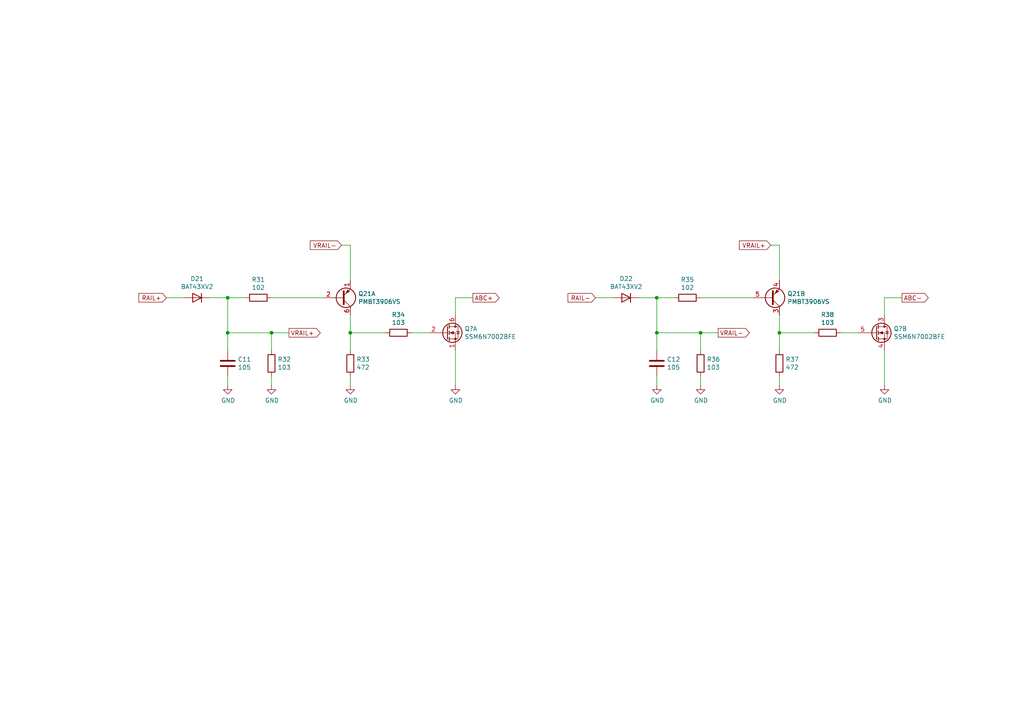
<source format=kicad_sch>
(kicad_sch (version 20230121) (generator eeschema)
  (paper "A4")
  (lib_symbols
    (symbol "Device:C" (pin_numbers hide) (pin_names (offset 0.254))
      (property "Reference" "C" (at 0.635 2.54 0))
      (property "Value" "C" (at 0.635 -2.54 0))
      (symbol "C_0_1"
        (polyline (pts (xy -2.032 -0.762) (xy 2.032 -0.762)) (stroke (width 0.508)))
        (polyline (pts (xy -2.032 0.762) (xy 2.032 0.762)) (stroke (width 0.508)))
      )
      (symbol "C_1_1"
        (pin passive line (at 0 3.81 270) (length 2.794) (name "~") (number "1"))
        (pin passive line (at 0 -3.81 90) (length 2.794) (name "~") (number "2"))
      )
    )
    (symbol "Device:D" (pin_numbers hide) (pin_names (offset 1.016) hide)
      (property "Reference" "D" (at 0 2.54 0))
      (property "Value" "D" (at 0 -2.54 0))
      (symbol "D_0_1"
        (polyline (pts (xy -1.27 1.27) (xy -1.27 -1.27)) (stroke (width 0.254)))
        (polyline (pts (xy 1.27 0) (xy -1.27 0)))
        (polyline (pts (xy 1.27 1.27) (xy 1.27 -1.27) (xy -1.27 0) (xy 1.27 1.27)) (stroke (width 0.254)))
      )
      (symbol "D_1_1"
        (pin passive line (at -3.81 0 0) (length 2.54) (name "K") (number "1"))
        (pin passive line (at 3.81 0 180) (length 2.54) (name "A") (number "2"))
      )
    )
    (symbol "Device:R" (pin_numbers hide) (pin_names (offset 0))
      (property "Reference" "R" (at 2.032 0 90))
      (property "Value" "R" (at 0 0 90))
      (symbol "R_0_1"
        (rectangle (start -1.016 -2.54) (end 1.016 2.54) (stroke (width 0.254)))
      )
      (symbol "R_1_1"
        (pin passive line (at 0 3.81 270) (length 1.27) (name "~") (number "1"))
        (pin passive line (at 0 -3.81 90) (length 1.27) (name "~") (number "2"))
      )
    )
    (symbol "motordecoder2-rescue:Q_DUAL_NMOS_S1G1D2S2G2D1-Device" (pin_names (offset 0) hide)
      (property "Reference" "Q" (at 6.35 1.27 0))
      (property "Value" "Device_Q_DUAL_NMOS_S1G1D2S2G2D1" (at 19.05 -1.27 0))
      (symbol "Q_DUAL_NMOS_S1G1D2S2G2D1-Device_0_1"
        (polyline (pts (xy 0.254 0) (xy -2.54 0)))
        (polyline (pts (xy 0.254 1.905) (xy 0.254 -1.905)) (stroke (width 0.254)))
        (polyline (pts (xy 0.762 -1.27) (xy 0.762 -2.286)) (stroke (width 0.254)))
        (polyline (pts (xy 0.762 0.508) (xy 0.762 -0.508)) (stroke (width 0.254)))
        (polyline (pts (xy 0.762 2.286) (xy 0.762 1.27)) (stroke (width 0.254)))
        (polyline (pts (xy 2.54 2.54) (xy 2.54 1.778)))
        (polyline (pts (xy 2.54 -2.54) (xy 2.54 0) (xy 0.762 0)))
        (polyline (pts (xy 0.762 -1.778) (xy 3.302 -1.778) (xy 3.302 1.778) (xy 0.762 1.778)))
        (polyline (pts (xy 1.016 0) (xy 2.032 0.381) (xy 2.032 -0.381) (xy 1.016 0)) (fill (type outline)))
        (polyline (pts (xy 2.794 0.508) (xy 2.921 0.381) (xy 3.683 0.381) (xy 3.81 0.254)))
        (polyline (pts (xy 3.302 0.381) (xy 2.921 -0.254) (xy 3.683 -0.254) (xy 3.302 0.381)))
        (circle (center 1.651 0) (radius 2.794) (stroke (width 0.254)))
        (circle (center 2.54 -1.778) (radius 0.254) (fill (type outline)))
        (circle (center 2.54 1.778) (radius 0.254) (fill (type outline)))
      )
      (symbol "Q_DUAL_NMOS_S1G1D2S2G2D1-Device_1_1"
        (pin passive line (at 2.54 -5.08 90) (length 2.54) (name "S") (number "1"))
        (pin input line (at -5.08 0 0) (length 2.54) (name "G") (number "2"))
        (pin passive line (at 2.54 5.08 270) (length 2.54) (name "D") (number "6"))
      )
      (symbol "Q_DUAL_NMOS_S1G1D2S2G2D1-Device_2_1"
        (pin passive line (at 2.54 5.08 270) (length 2.54) (name "D") (number "3"))
        (pin passive line (at 2.54 -5.08 90) (length 2.54) (name "S") (number "4"))
        (pin input line (at -5.08 0 0) (length 2.54) (name "G") (number "5"))
      )
    )
    (symbol "motordecoder2-rescue:Q_DUAL_PNP_PNP_E1B1C2E2B2C1-Device" (pin_names (offset 0) hide)
      (property "Reference" "Q" (at 5.08 1.27 0))
      (property "Value" "Device_Q_DUAL_PNP_PNP_E1B1C2E2B2C1" (at 5.08 -1.27 0))
      (symbol "Q_DUAL_PNP_PNP_E1B1C2E2B2C1-Device_0_1"
        (polyline (pts (xy 0.635 0) (xy -2.54 0)))
        (polyline (pts (xy 0.635 0.635) (xy 2.54 2.54)))
        (polyline (pts (xy 0.635 -0.635) (xy 2.54 -2.54) (xy 2.54 -2.54)))
        (polyline (pts (xy 0.635 1.905) (xy 0.635 -1.905) (xy 0.635 -1.905)) (stroke (width 0.508)))
        (polyline (pts (xy 2.286 -1.778) (xy 1.778 -2.286) (xy 1.27 -1.27) (xy 2.286 -1.778) (xy 2.286 -1.778)) (fill (type outline)))
        (circle (center 1.27 0) (radius 2.8194) (stroke (width 0.254)))
      )
      (symbol "Q_DUAL_PNP_PNP_E1B1C2E2B2C1-Device_1_1"
        (pin passive line (at 2.54 -5.08 90) (length 2.54) (name "E1") (number "1"))
        (pin input line (at -5.08 0 0) (length 2.54) (name "B1") (number "2"))
        (pin passive line (at 2.54 5.08 270) (length 2.54) (name "C1") (number "6"))
      )
      (symbol "Q_DUAL_PNP_PNP_E1B1C2E2B2C1-Device_2_1"
        (pin passive line (at 2.54 5.08 270) (length 2.54) (name "C2") (number "3"))
        (pin passive line (at 2.54 -5.08 90) (length 2.54) (name "E2") (number "4"))
        (pin input line (at -5.08 0 0) (length 2.54) (name "B2") (number "5"))
      )
    )
    (symbol "power:GND" (power) (pin_names (offset 0))
      (property "Value" "GND" (at 0 -3.81 0))
      (symbol "GND_0_1"
        (polyline (pts (xy 0 0) (xy 0 -1.27) (xy 1.27 -1.27) (xy 0 -2.54) (xy -1.27 -1.27) (xy 0 -1.27)))
      )
      (symbol "GND_1_1"
        (pin power_in line (at 0 0 270) (length 0) hide (name "GND") (number "1"))
      )
    )
  )
  (junction (at 190.5 96.52))
  (junction (at 66.04 86.36))
  (junction (at 66.04 96.52))
  (junction (at 101.6 96.52))
  (junction (at 226.06 96.52))
  (junction (at 190.5 86.36))
  (junction (at 203.2 96.52))
  (junction (at 78.74 96.52))
  (wire (pts (xy 101.6 96.52) (xy 101.6 101.6)))
  (wire (pts (xy 83.82 96.52) (xy 78.74 96.52)))
  (wire (pts (xy 185.42 86.36) (xy 190.5 86.36)))
  (wire (pts (xy 66.04 86.36) (xy 71.12 86.36)))
  (wire (pts (xy 132.08 86.36) (xy 137.16 86.36)))
  (wire (pts (xy 203.2 109.22) (xy 203.2 111.76)))
  (wire (pts (xy 66.04 86.36) (xy 66.04 96.52)))
  (wire (pts (xy 66.04 101.6) (xy 66.04 96.52)))
  (wire (pts (xy 101.6 109.22) (xy 101.6 111.76)))
  (wire (pts (xy 223.52 71.12) (xy 226.06 71.12)))
  (wire (pts (xy 243.84 96.52) (xy 248.92 96.52)))
  (wire (pts (xy 256.54 86.36) (xy 261.62 86.36)))
  (wire (pts (xy 190.5 86.36) (xy 190.5 96.52)))
  (wire (pts (xy 132.08 101.6) (xy 132.08 111.76)))
  (wire (pts (xy 203.2 101.6) (xy 203.2 96.52)))
  (wire (pts (xy 256.54 101.6) (xy 256.54 111.76)))
  (wire (pts (xy 99.06 71.12) (xy 101.6 71.12)))
  (wire (pts (xy 132.08 91.44) (xy 132.08 86.36)))
  (wire (pts (xy 101.6 96.52) (xy 111.76 96.52)))
  (wire (pts (xy 53.34 86.36) (xy 48.26 86.36)))
  (wire (pts (xy 190.5 101.6) (xy 190.5 96.52)))
  (wire (pts (xy 226.06 91.44) (xy 226.06 96.52)))
  (wire (pts (xy 190.5 86.36) (xy 195.58 86.36)))
  (wire (pts (xy 78.74 109.22) (xy 78.74 111.76)))
  (wire (pts (xy 101.6 91.44) (xy 101.6 96.52)))
  (wire (pts (xy 190.5 109.22) (xy 190.5 111.76)))
  (wire (pts (xy 203.2 96.52) (xy 208.28 96.52)))
  (wire (pts (xy 78.74 86.36) (xy 93.98 86.36)))
  (wire (pts (xy 226.06 96.52) (xy 226.06 101.6)))
  (wire (pts (xy 256.54 91.44) (xy 256.54 86.36)))
  (wire (pts (xy 119.38 96.52) (xy 124.46 96.52)))
  (wire (pts (xy 78.74 101.6) (xy 78.74 96.52)))
  (wire (pts (xy 60.96 86.36) (xy 66.04 86.36)))
  (wire (pts (xy 203.2 86.36) (xy 218.44 86.36)))
  (wire (pts (xy 190.5 96.52) (xy 203.2 96.52)))
  (wire (pts (xy 226.06 96.52) (xy 236.22 96.52)))
  (wire (pts (xy 66.04 109.22) (xy 66.04 111.76)))
  (wire (pts (xy 101.6 71.12) (xy 101.6 81.28)))
  (wire (pts (xy 226.06 109.22) (xy 226.06 111.76)))
  (wire (pts (xy 226.06 71.12) (xy 226.06 81.28)))
  (wire (pts (xy 66.04 96.52) (xy 78.74 96.52)))
  (wire (pts (xy 177.8 86.36) (xy 172.72 86.36)))
  (global_label "ABC-" (shape output) (at 261.62 86.36 0) (property "Intersheetrefs" "${INTERSHEET_REFS}" (effects hide)))
  (global_label "ABC+" (shape output) (at 137.16 86.36 0) (property "Intersheetrefs" "${INTERSHEET_REFS}" (effects hide)))
  (global_label "RAIL-" (shape input) (at 172.72 86.36 180) (property "Intersheetrefs" "${INTERSHEET_REFS}" (effects hide)))
  (global_label "RAIL+" (shape input) (at 48.26 86.36 180) (property "Intersheetrefs" "${INTERSHEET_REFS}" (effects hide)))
  (global_label "VRAIL+" (shape input) (at 223.52 71.12 180) (property "Intersheetrefs" "${INTERSHEET_REFS}" (effects hide)))
  (global_label "VRAIL+" (shape output) (at 83.82 96.52 0) (property "Intersheetrefs" "${INTERSHEET_REFS}" (effects hide)))
  (global_label "VRAIL-" (shape output) (at 208.28 96.52 0) (property "Intersheetrefs" "${INTERSHEET_REFS}" (effects hide)))
  (global_label "VRAIL-" (shape input) (at 99.06 71.12 180) (property "Intersheetrefs" "${INTERSHEET_REFS}" (effects hide)))
  (symbol (lib_id "Device:R") (at 74.93 86.36 270) (unit 1)
    (property "Reference" "R31" (at 74.93 81.1022 90))
    (property "Value" "102" (at 74.93 83.4136 90))
    (property "Footprint" "footprint:R_1005" (effects hide))
  )
  (symbol (lib_id "Device:R") (at 115.57 96.52 270) (unit 1)
    (property "Reference" "R34" (at 115.57 91.2622 90))
    (property "Value" "103" (at 115.57 93.5736 90))
    (property "Footprint" "footprint:R_1005" (effects hide))
  )
  (symbol (lib_id "Device:D") (at 181.61 86.36 180) (unit 1)
    (property "Reference" "D22" (at 181.61 80.8482 0))
    (property "Value" "BAT43XV2" (at 181.61 83.1596 0))
    (property "Footprint" "footprint:EMD2" (effects hide))
    (instances (project "motordecoder2" (path "" (reference "D22") (unit 1)) (path "" (reference "D?") (unit 1))))
  )
  (symbol (lib_id "Device:R") (at 226.06 105.41 0) (unit 1)
    (property "Reference" "R37" (at 227.838 104.2416 0) (effects (justify left)))
    (property "Value" "472" (at 227.838 106.553 0) (effects (justify left)))
    (property "Footprint" "footprint:R_1005" (effects hide))
    (instances (project "motordecoder2" (path "" (reference "R37") (unit 1)) (path "" (reference "R?") (unit 1))))
  )
  (symbol (lib_id "power:GND") (at 226.06 111.76 0) (unit 1)
    (property "Reference" "#PWR0130" (effects hide))
    (property "Value" "GND" (at 226.187 116.1542 0))
    (instances (project "motordecoder2" (path "" (reference "#PWR0130") (unit 1)) (path "" (reference "#PWR?") (unit 1))))
  )
  (symbol (lib_id "power:GND") (at 256.54 111.76 0) (unit 1)
    (property "Reference" "#PWR0131" (effects hide))
    (property "Value" "GND" (at 256.667 116.1542 0))
    (instances (project "motordecoder2" (path "" (reference "#PWR0131") (unit 1)) (path "" (reference "#PWR?") (unit 1))))
  )
  (symbol (lib_id "Device:R") (at 203.2 105.41 0) (unit 1)
    (property "Reference" "R36" (at 204.978 104.2416 0) (effects (justify left)))
    (property "Value" "103" (at 204.978 106.553 0) (effects (justify left)))
    (property "Footprint" "footprint:R_1005" (effects hide))
    (instances (project "motordecoder2" (path "" (reference "R36") (unit 1)) (path "" (reference "R?") (unit 1))))
  )
  (symbol (lib_id "power:GND") (at 203.2 111.76 0) (unit 1)
    (property "Reference" "#PWR0132" (effects hide))
    (property "Value" "GND" (at 203.327 116.1542 0))
    (instances (project "motordecoder2" (path "" (reference "#PWR0132") (unit 1)) (path "" (reference "#PWR?") (unit 1))))
  )
  (symbol (lib_id "Device:C") (at 190.5 105.41 0) (unit 1)
    (property "Reference" "C12" (at 193.421 104.2416 0) (effects (justify left)))
    (property "Value" "105" (at 193.421 106.553 0) (effects (justify left)))
    (property "Footprint" "footprint:C_1005_v2" (effects hide))
    (instances (project "motordecoder2" (path "" (reference "C12") (unit 1)) (path "" (reference "C?") (unit 1))))
  )
  (symbol (lib_id "power:GND") (at 190.5 111.76 0) (unit 1)
    (property "Reference" "#PWR0133" (effects hide))
    (property "Value" "GND" (at 190.627 116.1542 0))
    (instances (project "motordecoder2" (path "" (reference "#PWR0133") (unit 1)) (path "" (reference "#PWR?") (unit 1))))
  )
  (symbol (lib_id "Device:R") (at 199.39 86.36 270) (unit 1)
    (property "Reference" "R35" (at 199.39 81.1022 90))
    (property "Value" "102" (at 199.39 83.4136 90))
    (property "Footprint" "footprint:R_1005" (effects hide))
  )
  (symbol (lib_id "Device:R") (at 240.03 96.52 270) (unit 1)
    (property "Reference" "R38" (at 240.03 91.2622 90))
    (property "Value" "103" (at 240.03 93.5736 90))
    (property "Footprint" "footprint:R_1005" (effects hide))
  )
  (symbol (lib_id "motordecoder2-rescue:Q_DUAL_PNP_PNP_E1B1C2E2B2C1-Device") (at 99.06 86.36 0) (mirror x) (unit 1)
    (property "Reference" "Q21" (at 103.886 85.1916 0) (effects (justify left)))
    (property "Value" "PMBT3906VS" (at 103.886 87.503 0) (effects (justify left)))
    (property "Footprint" "footprint:SOT-666-nomark" (effects hide))
    (instances (project "motordecoder2" (path "" (reference "Q21") (unit 1)) (path "" (reference "Q?") (unit 1))))
  )
  (symbol (lib_id "motordecoder2-rescue:Q_DUAL_PNP_PNP_E1B1C2E2B2C1-Device") (at 223.52 86.36 0) (mirror x) (unit 2)
    (property "Reference" "Q21" (at 228.346 85.1916 0) (effects (justify left)))
    (property "Value" "PMBT3906VS" (at 228.346 87.503 0) (effects (justify left)))
    (property "Footprint" "footprint:SOT-666-nomark" (effects hide))
    (instances (project "motordecoder2" (path "" (reference "Q21") (unit 2)) (path "" (reference "Q?") (unit 1))))
  )
  (symbol (lib_id "Device:D") (at 57.15 86.36 180) (unit 1)
    (property "Reference" "D21" (at 57.15 80.8482 0))
    (property "Value" "BAT43XV2" (at 57.15 83.1596 0))
    (property "Footprint" "footprint:EMD2_small" (effects hide))
    (instances (project "motordecoder2" (path "" (reference "D21") (unit 1)) (path "" (reference "D?") (unit 1))))
  )
  (symbol (lib_id "Device:R") (at 101.6 105.41 0) (unit 1)
    (property "Reference" "R33" (at 103.378 104.2416 0) (effects (justify left)))
    (property "Value" "472" (at 103.378 106.553 0) (effects (justify left)))
    (property "Footprint" "footprint:R_1005" (effects hide))
    (instances (project "motordecoder2" (path "" (reference "R33") (unit 1)) (path "" (reference "R?") (unit 1))))
  )
  (symbol (lib_id "power:GND") (at 101.6 111.76 0) (unit 1)
    (property "Reference" "#PWR0125" (effects hide))
    (property "Value" "GND" (at 101.727 116.1542 0))
    (instances (project "motordecoder2" (path "" (reference "#PWR0125") (unit 1)) (path "" (reference "#PWR?") (unit 1))))
  )
  (symbol (lib_id "power:GND") (at 132.08 111.76 0) (unit 1)
    (property "Reference" "#PWR0126" (effects hide))
    (property "Value" "GND" (at 132.207 116.1542 0))
    (instances (project "motordecoder2" (path "" (reference "#PWR0126") (unit 1)) (path "" (reference "#PWR?") (unit 1))))
  )
  (symbol (lib_id "Device:R") (at 78.74 105.41 0) (unit 1)
    (property "Reference" "R32" (at 80.518 104.2416 0) (effects (justify left)))
    (property "Value" "103" (at 80.518 106.553 0) (effects (justify left)))
    (property "Footprint" "footprint:R_1005" (effects hide))
    (instances (project "motordecoder2" (path "" (reference "R32") (unit 1)) (path "" (reference "R?") (unit 1))))
  )
  (symbol (lib_id "power:GND") (at 78.74 111.76 0) (unit 1)
    (property "Reference" "#PWR0127" (effects hide))
    (property "Value" "GND" (at 78.867 116.1542 0))
    (instances (project "motordecoder2" (path "" (reference "#PWR0127") (unit 1)) (path "" (reference "#PWR?") (unit 1))))
  )
  (symbol (lib_id "Device:C") (at 66.04 105.41 0) (unit 1)
    (property "Reference" "C11" (at 68.961 104.2416 0) (effects (justify left)))
    (property "Value" "105" (at 68.961 106.553 0) (effects (justify left)))
    (property "Footprint" "footprint:C_1005_v2" (effects hide))
    (instances (project "motordecoder2" (path "" (reference "C11") (unit 1)) (path "" (reference "C?") (unit 1))))
  )
  (symbol (lib_id "power:GND") (at 66.04 111.76 0) (unit 1)
    (property "Reference" "#PWR0128" (effects hide))
    (property "Value" "GND" (at 66.167 116.1542 0))
    (instances (project "motordecoder2" (path "" (reference "#PWR0128") (unit 1)) (path "" (reference "#PWR?") (unit 1))))
  )
  (symbol (lib_id "motordecoder2-rescue:Q_DUAL_NMOS_S1G1D2S2G2D1-Device") (at 129.54 96.52 0) (unit 1)
    (property "Reference" "Q?" (at 134.7216 95.3516 0) (effects (justify left)))
    (property "Value" "SSM6N7002BFE" (at 134.7216 97.663 0) (effects (justify left)))
    (property "Footprint" "footprint:SOT-666-nomark" (effects hide))
    (instances (project "motordecoder2" (path "" (reference "Q?") (unit 1)) (path "" (reference "Q?") (unit 1)) (path "" (reference "Q22") (unit 1))))
  )
  (symbol (lib_id "motordecoder2-rescue:Q_DUAL_NMOS_S1G1D2S2G2D1-Device") (at 254 96.52 0) (unit 2)
    (property "Reference" "Q?" (at 259.1816 95.3516 0) (effects (justify left)))
    (property "Value" "SSM6N7002BFE" (at 259.1816 97.663 0) (effects (justify left)))
    (property "Footprint" "footprint:SOT-666-nomark" (effects hide))
    (instances (project "motordecoder2" (path "" (reference "Q?") (unit 2)) (path "" (reference "Q?") (unit 1)) (path "" (reference "Q22") (unit 2))))
  )
)
</source>
